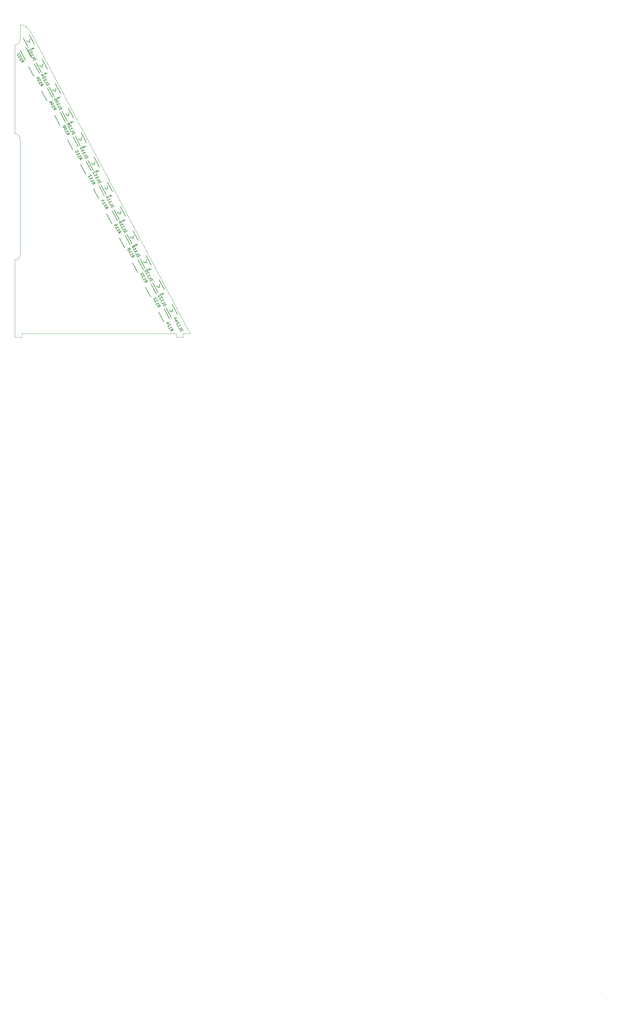
<source format=gbo>
%TF.GenerationSoftware,KiCad,Pcbnew,(5.1.6-0-10_14)*%
%TF.CreationDate,2020-10-19T14:02:04+02:00*%
%TF.ProjectId,nowae031,6e6f7761-6530-4333-912e-6b696361645f,0*%
%TF.SameCoordinates,Original*%
%TF.FileFunction,Legend,Bot*%
%TF.FilePolarity,Positive*%
%FSLAX46Y46*%
G04 Gerber Fmt 4.6, Leading zero omitted, Abs format (unit mm)*
G04 Created by KiCad (PCBNEW (5.1.6-0-10_14)) date 2020-10-19 14:02:04*
%MOMM*%
%LPD*%
G01*
G04 APERTURE LIST*
%TA.AperFunction,Profile*%
%ADD10C,0.050000*%
%TD*%
%TA.AperFunction,Profile*%
%ADD11C,0.200000*%
%TD*%
%ADD12C,0.150000*%
G04 APERTURE END LIST*
D10*
X101490000Y-45190000D02*
G75*
G02*
X99990000Y-46690000I-1500000J0D01*
G01*
X99990000Y-72000000D02*
G75*
G02*
X101490000Y-73500000I0J-1500000D01*
G01*
X99990000Y-72000000D02*
X99990000Y-46690000D01*
X100000000Y-130000000D02*
X100000000Y-108000000D01*
X101500000Y-106500000D02*
G75*
G02*
X100000000Y-108000000I-1500000J0D01*
G01*
X101490000Y-73500000D02*
X101500000Y-106500000D01*
X101499908Y-40830540D02*
X101490000Y-45190000D01*
X101499908Y-40830540D02*
G75*
G02*
X104449999Y-42900001I-709908J-4149460D01*
G01*
X104449243Y-42900000D02*
X150000000Y-129000000D01*
X148000000Y-129000000D02*
X150000000Y-129000000D01*
X148000000Y-130000000D02*
X148000000Y-129000000D01*
X146000000Y-130000000D02*
X148000000Y-130000000D01*
X146000000Y-129000000D02*
X146000000Y-130000000D01*
X102000000Y-129000000D02*
X146000000Y-129000000D01*
X102000000Y-130000000D02*
X102000000Y-129000000D01*
X100000000Y-130000000D02*
X102000000Y-130000000D01*
D11*
X268944859Y-318881889D02*
X268944859Y-318881889D01*
D12*
%TO.C,DL102*%
X102315898Y-44556755D02*
X103818207Y-47382188D01*
X105584102Y-46443245D02*
X104081793Y-43617812D01*
X104137789Y-45853179D02*
X104291980Y-44865138D01*
X103232443Y-45428504D02*
X104137789Y-45853179D01*
%TO.C,DL104*%
X106015898Y-51656755D02*
X107518207Y-54482188D01*
X109284102Y-53543245D02*
X107781793Y-50717812D01*
X107837789Y-52953179D02*
X107991980Y-51965138D01*
X106932443Y-52528504D02*
X107837789Y-52953179D01*
%TO.C,DL106*%
X109735164Y-58576481D02*
X111237473Y-61401914D01*
X113003368Y-60462971D02*
X111501059Y-57637538D01*
X111557055Y-59872905D02*
X111711246Y-58884864D01*
X110651709Y-59448230D02*
X111557055Y-59872905D01*
%TO.C,DL108*%
X113460161Y-65581755D02*
X114962470Y-68407188D01*
X116728365Y-67468245D02*
X115226056Y-64642812D01*
X115282052Y-66878179D02*
X115436243Y-65890138D01*
X114376706Y-66453504D02*
X115282052Y-66878179D01*
%TO.C,DL110*%
X117115898Y-72556755D02*
X118618207Y-75382188D01*
X120384102Y-74443245D02*
X118881793Y-71617812D01*
X118937789Y-73853179D02*
X119091980Y-72865138D01*
X118032443Y-73428504D02*
X118937789Y-73853179D01*
%TO.C,DL112*%
X120815898Y-79556755D02*
X122318207Y-82382188D01*
X124084102Y-81443245D02*
X122581793Y-78617812D01*
X122637789Y-80853179D02*
X122791980Y-79865138D01*
X121732443Y-80428504D02*
X122637789Y-80853179D01*
%TO.C,DL114*%
X124515898Y-86556755D02*
X126018207Y-89382188D01*
X127784102Y-88443245D02*
X126281793Y-85617812D01*
X126337789Y-87853179D02*
X126491980Y-86865138D01*
X125432443Y-87428504D02*
X126337789Y-87853179D01*
%TO.C,DL116*%
X128265898Y-93606755D02*
X129768207Y-96432188D01*
X131534102Y-95493245D02*
X130031793Y-92667812D01*
X130087789Y-94903179D02*
X130241980Y-93915138D01*
X129182443Y-94478504D02*
X130087789Y-94903179D01*
%TO.C,DL118*%
X131915898Y-100556755D02*
X133418207Y-103382188D01*
X135184102Y-102443245D02*
X133681793Y-99617812D01*
X133737789Y-101853179D02*
X133891980Y-100865138D01*
X132832443Y-101428504D02*
X133737789Y-101853179D01*
%TO.C,DL120*%
X135665898Y-107556755D02*
X137168207Y-110382188D01*
X138934102Y-109443245D02*
X137431793Y-106617812D01*
X137487789Y-108853179D02*
X137641980Y-107865138D01*
X136582443Y-108428504D02*
X137487789Y-108853179D01*
%TO.C,DL122*%
X139365898Y-114556755D02*
X140868207Y-117382188D01*
X142634102Y-116443245D02*
X141131793Y-113617812D01*
X141187789Y-115853179D02*
X141341980Y-114865138D01*
X140282443Y-115428504D02*
X141187789Y-115853179D01*
%TO.C,DL124*%
X143065898Y-121556755D02*
X144568207Y-124382188D01*
X146334102Y-123443245D02*
X144831793Y-120617812D01*
X144887789Y-122853179D02*
X145041980Y-121865138D01*
X143982443Y-122428504D02*
X144887789Y-122853179D01*
%TO.C,R102*%
X104595807Y-50140192D02*
X103093498Y-47314759D01*
X101504193Y-48159808D02*
X103006502Y-50985241D01*
%TO.C,R104*%
X106995807Y-54790192D02*
X105493498Y-51964759D01*
X103904193Y-52809808D02*
X105406502Y-55635241D01*
%TO.C,R106*%
X110695807Y-61690192D02*
X109193498Y-58864759D01*
X107604193Y-59709808D02*
X109106502Y-62535241D01*
%TO.C,R108*%
X114445807Y-68690192D02*
X112943498Y-65864759D01*
X111354193Y-66709808D02*
X112856502Y-69535241D01*
%TO.C,R110*%
X118095807Y-75690192D02*
X116593498Y-72864759D01*
X115004193Y-73709808D02*
X116506502Y-76535241D01*
%TO.C,R112*%
X121795807Y-82640192D02*
X120293498Y-79814759D01*
X118704193Y-80659808D02*
X120206502Y-83485241D01*
%TO.C,R114*%
X125495807Y-89690192D02*
X123993498Y-86864759D01*
X122404193Y-87709808D02*
X123906502Y-90535241D01*
%TO.C,R116*%
X129251544Y-96765192D02*
X127749235Y-93939759D01*
X126159930Y-94784808D02*
X127662239Y-97610241D01*
%TO.C,R118*%
X132895807Y-103640192D02*
X131393498Y-100814759D01*
X129804193Y-101659808D02*
X131306502Y-104485241D01*
%TO.C,R120*%
X136651544Y-110715192D02*
X135149235Y-107889759D01*
X133559930Y-108734808D02*
X135062239Y-111560241D01*
%TO.C,R122*%
X140345807Y-117690192D02*
X138843498Y-114864759D01*
X137254193Y-115709808D02*
X138756502Y-118535241D01*
%TO.C,R124*%
X144045807Y-124690192D02*
X142543498Y-121864759D01*
X140954193Y-122709808D02*
X142456502Y-125535241D01*
%TD*%
%TO.C,DL102*%
X105367380Y-51149892D02*
X106073738Y-50774315D01*
X105984315Y-50606134D01*
X105897025Y-50523110D01*
X105793984Y-50491607D01*
X105708827Y-50493741D01*
X105556398Y-50531643D01*
X105455490Y-50585297D01*
X105338830Y-50690472D01*
X105289442Y-50759877D01*
X105257939Y-50862918D01*
X105277957Y-50981711D01*
X105367380Y-51149892D01*
X104812957Y-50107173D02*
X104991803Y-50443534D01*
X105698161Y-50067957D01*
X104491033Y-49501723D02*
X104705649Y-49905356D01*
X104598341Y-49703540D02*
X105304699Y-49327962D01*
X105239560Y-49448888D01*
X105208057Y-49551930D01*
X105210190Y-49637087D01*
X104964891Y-48688876D02*
X104929122Y-48621604D01*
X104859717Y-48572217D01*
X104808196Y-48556465D01*
X104723039Y-48558598D01*
X104570610Y-48596501D01*
X104402430Y-48685924D01*
X104285770Y-48791099D01*
X104236382Y-48860504D01*
X104220631Y-48912025D01*
X104222764Y-48997182D01*
X104258533Y-49064454D01*
X104327939Y-49113841D01*
X104379459Y-49129593D01*
X104464616Y-49127460D01*
X104617045Y-49089557D01*
X104785226Y-49000134D01*
X104901885Y-48894959D01*
X104951273Y-48825554D01*
X104967024Y-48774033D01*
X104964891Y-48688876D01*
X104629350Y-48220104D02*
X104645101Y-48168584D01*
X104642968Y-48083427D01*
X104553545Y-47915246D01*
X104484139Y-47865859D01*
X104432619Y-47850107D01*
X104347462Y-47852240D01*
X104280190Y-47888010D01*
X104197166Y-47975300D01*
X104008148Y-48593548D01*
X103775648Y-48156279D01*
X104819785Y-47906704D02*
X105526143Y-47531127D01*
X105053104Y-47696355D02*
X104676708Y-47637615D01*
X105147613Y-47387230D02*
X105021601Y-47799396D01*
%TO.C,DL104*%
X109067380Y-58249892D02*
X109773738Y-57874315D01*
X109684315Y-57706134D01*
X109597025Y-57623110D01*
X109493984Y-57591607D01*
X109408827Y-57593741D01*
X109256398Y-57631643D01*
X109155490Y-57685297D01*
X109038830Y-57790472D01*
X108989442Y-57859877D01*
X108957939Y-57962918D01*
X108977957Y-58081711D01*
X109067380Y-58249892D01*
X108512957Y-57207173D02*
X108691803Y-57543534D01*
X109398161Y-57167957D01*
X108191033Y-56601723D02*
X108405649Y-57005356D01*
X108298341Y-56803540D02*
X109004699Y-56427962D01*
X108939560Y-56548888D01*
X108908057Y-56651930D01*
X108910190Y-56737087D01*
X108664891Y-55788876D02*
X108629122Y-55721604D01*
X108559717Y-55672217D01*
X108508196Y-55656465D01*
X108423039Y-55658598D01*
X108270610Y-55696501D01*
X108102430Y-55785924D01*
X107985770Y-55891099D01*
X107936382Y-55960504D01*
X107920631Y-56012025D01*
X107922764Y-56097182D01*
X107958533Y-56164454D01*
X108027939Y-56213841D01*
X108079459Y-56229593D01*
X108164616Y-56227460D01*
X108317045Y-56189557D01*
X108485226Y-56100134D01*
X108601885Y-55994959D01*
X108651273Y-55925554D01*
X108667024Y-55874033D01*
X108664891Y-55788876D01*
X107982323Y-55073166D02*
X107511417Y-55323551D01*
X108340835Y-55098270D02*
X107925716Y-55534720D01*
X107693216Y-55097451D01*
X108519785Y-55006704D02*
X109226143Y-54631127D01*
X108753104Y-54796355D02*
X108376708Y-54737615D01*
X108847613Y-54487230D02*
X108721601Y-54899396D01*
%TO.C,DL106*%
X112767380Y-65149892D02*
X113473738Y-64774315D01*
X113384315Y-64606134D01*
X113297025Y-64523110D01*
X113193984Y-64491607D01*
X113108827Y-64493741D01*
X112956398Y-64531643D01*
X112855490Y-64585297D01*
X112738830Y-64690472D01*
X112689442Y-64759877D01*
X112657939Y-64862918D01*
X112677957Y-64981711D01*
X112767380Y-65149892D01*
X112212957Y-64107173D02*
X112391803Y-64443534D01*
X113098161Y-64067957D01*
X111891033Y-63501723D02*
X112105649Y-63905356D01*
X111998341Y-63703540D02*
X112704699Y-63327962D01*
X112639560Y-63448888D01*
X112608057Y-63551930D01*
X112610190Y-63637087D01*
X112364891Y-62688876D02*
X112329122Y-62621604D01*
X112259717Y-62572217D01*
X112208196Y-62556465D01*
X112123039Y-62558598D01*
X111970610Y-62596501D01*
X111802430Y-62685924D01*
X111685770Y-62791099D01*
X111636382Y-62860504D01*
X111620631Y-62912025D01*
X111622764Y-62997182D01*
X111658533Y-63064454D01*
X111727939Y-63113841D01*
X111779459Y-63129593D01*
X111864616Y-63127460D01*
X112017045Y-63089557D01*
X112185226Y-63000134D01*
X112301885Y-62894959D01*
X112351273Y-62825554D01*
X112367024Y-62774033D01*
X112364891Y-62688876D01*
X111917776Y-61847974D02*
X111989314Y-61982518D01*
X111991447Y-62067675D01*
X111975696Y-62119196D01*
X111910557Y-62240122D01*
X111793897Y-62345297D01*
X111524808Y-62488374D01*
X111439651Y-62490507D01*
X111388131Y-62474755D01*
X111318725Y-62425368D01*
X111247187Y-62290823D01*
X111245054Y-62205667D01*
X111260805Y-62154146D01*
X111310193Y-62084741D01*
X111478373Y-61995317D01*
X111563530Y-61993184D01*
X111615051Y-62008936D01*
X111684456Y-62058323D01*
X111755995Y-62192868D01*
X111758128Y-62278024D01*
X111742376Y-62329545D01*
X111692989Y-62398951D01*
X112239051Y-61926430D02*
X112945409Y-61550853D01*
X112472370Y-61716081D02*
X112095974Y-61657341D01*
X112566879Y-61406956D02*
X112440867Y-61819122D01*
%TO.C,DL108*%
X116467380Y-72149892D02*
X117173738Y-71774315D01*
X117084315Y-71606134D01*
X116997025Y-71523110D01*
X116893984Y-71491607D01*
X116808827Y-71493741D01*
X116656398Y-71531643D01*
X116555490Y-71585297D01*
X116438830Y-71690472D01*
X116389442Y-71759877D01*
X116357939Y-71862918D01*
X116377957Y-71981711D01*
X116467380Y-72149892D01*
X115912957Y-71107173D02*
X116091803Y-71443534D01*
X116798161Y-71067957D01*
X115591033Y-70501723D02*
X115805649Y-70905356D01*
X115698341Y-70703540D02*
X116404699Y-70327962D01*
X116339560Y-70448888D01*
X116308057Y-70551930D01*
X116310190Y-70637087D01*
X116064891Y-69688876D02*
X116029122Y-69621604D01*
X115959717Y-69572217D01*
X115908196Y-69556465D01*
X115823039Y-69558598D01*
X115670610Y-69596501D01*
X115502430Y-69685924D01*
X115385770Y-69791099D01*
X115336382Y-69860504D01*
X115320631Y-69912025D01*
X115322764Y-69997182D01*
X115358533Y-70064454D01*
X115427939Y-70113841D01*
X115479459Y-70129593D01*
X115564616Y-70127460D01*
X115717045Y-70089557D01*
X115885226Y-70000134D01*
X116001885Y-69894959D01*
X116051273Y-69825554D01*
X116067024Y-69774033D01*
X116064891Y-69688876D01*
X115422358Y-69210752D02*
X115491764Y-69260140D01*
X115543284Y-69275891D01*
X115628441Y-69273758D01*
X115662077Y-69255874D01*
X115711465Y-69186468D01*
X115727216Y-69134947D01*
X115725083Y-69049791D01*
X115653545Y-68915246D01*
X115584139Y-68865859D01*
X115532619Y-68850107D01*
X115447462Y-68852240D01*
X115413826Y-68870125D01*
X115364438Y-68939530D01*
X115348687Y-68991051D01*
X115350820Y-69076208D01*
X115422358Y-69210752D01*
X115424492Y-69295909D01*
X115408740Y-69347430D01*
X115359353Y-69416835D01*
X115224808Y-69488374D01*
X115139651Y-69490507D01*
X115088131Y-69474755D01*
X115018725Y-69425368D01*
X114947187Y-69290823D01*
X114945054Y-69205667D01*
X114960805Y-69154146D01*
X115010193Y-69084741D01*
X115144737Y-69013202D01*
X115229894Y-69011069D01*
X115281415Y-69026820D01*
X115350820Y-69076208D01*
X115964048Y-68931704D02*
X116670406Y-68556127D01*
X116197367Y-68721355D02*
X115820971Y-68662615D01*
X116291876Y-68412230D02*
X116165864Y-68824396D01*
%TO.C,DL110*%
X120167380Y-79049892D02*
X120873738Y-78674315D01*
X120784315Y-78506134D01*
X120697025Y-78423110D01*
X120593984Y-78391607D01*
X120508827Y-78393741D01*
X120356398Y-78431643D01*
X120255490Y-78485297D01*
X120138830Y-78590472D01*
X120089442Y-78659877D01*
X120057939Y-78762918D01*
X120077957Y-78881711D01*
X120167380Y-79049892D01*
X119612957Y-78007173D02*
X119791803Y-78343534D01*
X120498161Y-77967957D01*
X119291033Y-77401723D02*
X119505649Y-77805356D01*
X119398341Y-77603540D02*
X120104699Y-77227962D01*
X120039560Y-77348888D01*
X120008057Y-77451930D01*
X120010190Y-77537087D01*
X118933341Y-76729001D02*
X119147956Y-77132634D01*
X119040649Y-76930818D02*
X119747007Y-76555240D01*
X119681868Y-76676166D01*
X119650365Y-76779208D01*
X119652498Y-76864365D01*
X119407199Y-75916154D02*
X119371429Y-75848882D01*
X119302024Y-75799495D01*
X119250503Y-75783743D01*
X119165346Y-75785876D01*
X119012917Y-75823779D01*
X118844737Y-75913202D01*
X118728077Y-76018377D01*
X118678690Y-76087782D01*
X118662938Y-76139303D01*
X118665071Y-76224460D01*
X118700841Y-76291732D01*
X118770246Y-76341119D01*
X118821767Y-76356871D01*
X118906924Y-76354738D01*
X119059353Y-76316835D01*
X119227533Y-76227412D01*
X119344193Y-76122237D01*
X119393580Y-76052832D01*
X119409332Y-76001311D01*
X119407199Y-75916154D01*
X119619785Y-75906704D02*
X120326143Y-75531127D01*
X119853104Y-75696355D02*
X119476708Y-75637615D01*
X119947613Y-75387230D02*
X119821601Y-75799396D01*
%TO.C,DL112*%
X123867380Y-86049892D02*
X124573738Y-85674315D01*
X124484315Y-85506134D01*
X124397025Y-85423110D01*
X124293984Y-85391607D01*
X124208827Y-85393741D01*
X124056398Y-85431643D01*
X123955490Y-85485297D01*
X123838830Y-85590472D01*
X123789442Y-85659877D01*
X123757939Y-85762918D01*
X123777957Y-85881711D01*
X123867380Y-86049892D01*
X123312957Y-85007173D02*
X123491803Y-85343534D01*
X124198161Y-84967957D01*
X122991033Y-84401723D02*
X123205649Y-84805356D01*
X123098341Y-84603540D02*
X123804699Y-84227962D01*
X123739560Y-84348888D01*
X123708057Y-84451930D01*
X123710190Y-84537087D01*
X122633341Y-83729001D02*
X122847956Y-84132634D01*
X122740649Y-83930818D02*
X123447007Y-83555240D01*
X123381868Y-83676166D01*
X123350365Y-83779208D01*
X123352498Y-83864365D01*
X123129350Y-83120104D02*
X123145101Y-83068584D01*
X123142968Y-82983427D01*
X123053545Y-82815246D01*
X122984139Y-82765859D01*
X122932619Y-82750107D01*
X122847462Y-82752240D01*
X122780190Y-82788010D01*
X122697166Y-82875300D01*
X122508148Y-83493548D01*
X122275648Y-83056279D01*
X123319785Y-82906704D02*
X124026143Y-82531127D01*
X123553104Y-82696355D02*
X123176708Y-82637615D01*
X123647613Y-82387230D02*
X123521601Y-82799396D01*
%TO.C,DL114*%
X127567380Y-93049892D02*
X128273738Y-92674315D01*
X128184315Y-92506134D01*
X128097025Y-92423110D01*
X127993984Y-92391607D01*
X127908827Y-92393741D01*
X127756398Y-92431643D01*
X127655490Y-92485297D01*
X127538830Y-92590472D01*
X127489442Y-92659877D01*
X127457939Y-92762918D01*
X127477957Y-92881711D01*
X127567380Y-93049892D01*
X127012957Y-92007173D02*
X127191803Y-92343534D01*
X127898161Y-91967957D01*
X126691033Y-91401723D02*
X126905649Y-91805356D01*
X126798341Y-91603540D02*
X127504699Y-91227962D01*
X127439560Y-91348888D01*
X127408057Y-91451930D01*
X127410190Y-91537087D01*
X126333341Y-90729001D02*
X126547956Y-91132634D01*
X126440649Y-90930818D02*
X127147007Y-90555240D01*
X127081868Y-90676166D01*
X127050365Y-90779208D01*
X127052498Y-90864365D01*
X126482323Y-89873166D02*
X126011417Y-90123551D01*
X126840835Y-89898270D02*
X126425716Y-90334720D01*
X126193216Y-89897451D01*
X127019785Y-89906704D02*
X127726143Y-89531127D01*
X127253104Y-89696355D02*
X126876708Y-89637615D01*
X127347613Y-89387230D02*
X127221601Y-89799396D01*
%TO.C,DL116*%
X131267380Y-100149892D02*
X131973738Y-99774315D01*
X131884315Y-99606134D01*
X131797025Y-99523110D01*
X131693984Y-99491607D01*
X131608827Y-99493741D01*
X131456398Y-99531643D01*
X131355490Y-99585297D01*
X131238830Y-99690472D01*
X131189442Y-99759877D01*
X131157939Y-99862918D01*
X131177957Y-99981711D01*
X131267380Y-100149892D01*
X130712957Y-99107173D02*
X130891803Y-99443534D01*
X131598161Y-99067957D01*
X130391033Y-98501723D02*
X130605649Y-98905356D01*
X130498341Y-98703540D02*
X131204699Y-98327962D01*
X131139560Y-98448888D01*
X131108057Y-98551930D01*
X131110190Y-98637087D01*
X130033341Y-97829001D02*
X130247956Y-98232634D01*
X130140649Y-98030818D02*
X130847007Y-97655240D01*
X130781868Y-97776166D01*
X130750365Y-97879208D01*
X130752498Y-97964365D01*
X130417776Y-96847974D02*
X130489314Y-96982518D01*
X130491447Y-97067675D01*
X130475696Y-97119196D01*
X130410557Y-97240122D01*
X130293897Y-97345297D01*
X130024808Y-97488374D01*
X129939651Y-97490507D01*
X129888131Y-97474755D01*
X129818725Y-97425368D01*
X129747187Y-97290823D01*
X129745054Y-97205667D01*
X129760805Y-97154146D01*
X129810193Y-97084741D01*
X129978373Y-96995317D01*
X130063530Y-96993184D01*
X130115051Y-97008936D01*
X130184456Y-97058323D01*
X130255995Y-97192868D01*
X130258128Y-97278024D01*
X130242376Y-97329545D01*
X130192989Y-97398951D01*
X130769785Y-96956704D02*
X131476143Y-96581127D01*
X131003104Y-96746355D02*
X130626708Y-96687615D01*
X131097613Y-96437230D02*
X130971601Y-96849396D01*
%TO.C,DL118*%
X134967380Y-107149892D02*
X135673738Y-106774315D01*
X135584315Y-106606134D01*
X135497025Y-106523110D01*
X135393984Y-106491607D01*
X135308827Y-106493741D01*
X135156398Y-106531643D01*
X135055490Y-106585297D01*
X134938830Y-106690472D01*
X134889442Y-106759877D01*
X134857939Y-106862918D01*
X134877957Y-106981711D01*
X134967380Y-107149892D01*
X134412957Y-106107173D02*
X134591803Y-106443534D01*
X135298161Y-106067957D01*
X134091033Y-105501723D02*
X134305649Y-105905356D01*
X134198341Y-105703540D02*
X134904699Y-105327962D01*
X134839560Y-105448888D01*
X134808057Y-105551930D01*
X134810190Y-105637087D01*
X133733341Y-104829001D02*
X133947956Y-105232634D01*
X133840649Y-105030818D02*
X134547007Y-104655240D01*
X134481868Y-104776166D01*
X134450365Y-104879208D01*
X134452498Y-104964365D01*
X133922358Y-104210752D02*
X133991764Y-104260140D01*
X134043284Y-104275891D01*
X134128441Y-104273758D01*
X134162077Y-104255874D01*
X134211465Y-104186468D01*
X134227216Y-104134947D01*
X134225083Y-104049791D01*
X134153545Y-103915246D01*
X134084139Y-103865859D01*
X134032619Y-103850107D01*
X133947462Y-103852240D01*
X133913826Y-103870125D01*
X133864438Y-103939530D01*
X133848687Y-103991051D01*
X133850820Y-104076208D01*
X133922358Y-104210752D01*
X133924492Y-104295909D01*
X133908740Y-104347430D01*
X133859353Y-104416835D01*
X133724808Y-104488374D01*
X133639651Y-104490507D01*
X133588131Y-104474755D01*
X133518725Y-104425368D01*
X133447187Y-104290823D01*
X133445054Y-104205667D01*
X133460805Y-104154146D01*
X133510193Y-104084741D01*
X133644737Y-104013202D01*
X133729894Y-104011069D01*
X133781415Y-104026820D01*
X133850820Y-104076208D01*
X134419785Y-103906704D02*
X135126143Y-103531127D01*
X134653104Y-103696355D02*
X134276708Y-103637615D01*
X134747613Y-103387230D02*
X134621601Y-103799396D01*
%TO.C,DL120*%
X138667380Y-114049892D02*
X139373738Y-113674315D01*
X139284315Y-113506134D01*
X139197025Y-113423110D01*
X139093984Y-113391607D01*
X139008827Y-113393741D01*
X138856398Y-113431643D01*
X138755490Y-113485297D01*
X138638830Y-113590472D01*
X138589442Y-113659877D01*
X138557939Y-113762918D01*
X138577957Y-113881711D01*
X138667380Y-114049892D01*
X138112957Y-113007173D02*
X138291803Y-113343534D01*
X138998161Y-112967957D01*
X137791033Y-112401723D02*
X138005649Y-112805356D01*
X137898341Y-112603540D02*
X138604699Y-112227962D01*
X138539560Y-112348888D01*
X138508057Y-112451930D01*
X138510190Y-112537087D01*
X138287042Y-111792826D02*
X138302794Y-111741305D01*
X138300661Y-111656149D01*
X138211237Y-111487968D01*
X138141832Y-111438581D01*
X138090311Y-111422829D01*
X138005154Y-111424962D01*
X137937882Y-111460732D01*
X137854859Y-111548022D01*
X137665841Y-112166270D01*
X137433341Y-111729001D01*
X137907199Y-110916154D02*
X137871429Y-110848882D01*
X137802024Y-110799495D01*
X137750503Y-110783743D01*
X137665346Y-110785876D01*
X137512917Y-110823779D01*
X137344737Y-110913202D01*
X137228077Y-111018377D01*
X137178690Y-111087782D01*
X137162938Y-111139303D01*
X137165071Y-111224460D01*
X137200841Y-111291732D01*
X137270246Y-111341119D01*
X137321767Y-111356871D01*
X137406924Y-111354738D01*
X137559353Y-111316835D01*
X137727533Y-111227412D01*
X137844193Y-111122237D01*
X137893580Y-111052832D01*
X137909332Y-111001311D01*
X137907199Y-110916154D01*
X138169785Y-110906704D02*
X138876143Y-110531127D01*
X138403104Y-110696355D02*
X138026708Y-110637615D01*
X138497613Y-110387230D02*
X138371601Y-110799396D01*
%TO.C,DL122*%
X142467380Y-121149892D02*
X143173738Y-120774315D01*
X143084315Y-120606134D01*
X142997025Y-120523110D01*
X142893984Y-120491607D01*
X142808827Y-120493741D01*
X142656398Y-120531643D01*
X142555490Y-120585297D01*
X142438830Y-120690472D01*
X142389442Y-120759877D01*
X142357939Y-120862918D01*
X142377957Y-120981711D01*
X142467380Y-121149892D01*
X141912957Y-120107173D02*
X142091803Y-120443534D01*
X142798161Y-120067957D01*
X141591033Y-119501723D02*
X141805649Y-119905356D01*
X141698341Y-119703540D02*
X142404699Y-119327962D01*
X142339560Y-119448888D01*
X142308057Y-119551930D01*
X142310190Y-119637087D01*
X142087042Y-118892826D02*
X142102794Y-118841305D01*
X142100661Y-118756149D01*
X142011237Y-118587968D01*
X141941832Y-118538581D01*
X141890311Y-118522829D01*
X141805154Y-118524962D01*
X141737882Y-118560732D01*
X141654859Y-118648022D01*
X141465841Y-119266270D01*
X141233341Y-118829001D01*
X141729350Y-118220104D02*
X141745101Y-118168584D01*
X141742968Y-118083427D01*
X141653545Y-117915246D01*
X141584139Y-117865859D01*
X141532619Y-117850107D01*
X141447462Y-117852240D01*
X141380190Y-117888010D01*
X141297166Y-117975300D01*
X141108148Y-118593548D01*
X140875648Y-118156279D01*
X141869785Y-117906704D02*
X142576143Y-117531127D01*
X142103104Y-117696355D02*
X141726708Y-117637615D01*
X142197613Y-117387230D02*
X142071601Y-117799396D01*
%TO.C,DL124*%
X147267380Y-128349892D02*
X147973738Y-127974315D01*
X147884315Y-127806134D01*
X147797025Y-127723110D01*
X147693984Y-127691607D01*
X147608827Y-127693741D01*
X147456398Y-127731643D01*
X147355490Y-127785297D01*
X147238830Y-127890472D01*
X147189442Y-127959877D01*
X147157939Y-128062918D01*
X147177957Y-128181711D01*
X147267380Y-128349892D01*
X146712957Y-127307173D02*
X146891803Y-127643534D01*
X147598161Y-127267957D01*
X146391033Y-126701723D02*
X146605649Y-127105356D01*
X146498341Y-126903540D02*
X147204699Y-126527962D01*
X147139560Y-126648888D01*
X147108057Y-126751930D01*
X147110190Y-126837087D01*
X146887042Y-126092826D02*
X146902794Y-126041305D01*
X146900661Y-125956149D01*
X146811237Y-125787968D01*
X146741832Y-125738581D01*
X146690311Y-125722829D01*
X146605154Y-125724962D01*
X146537882Y-125760732D01*
X146454859Y-125848022D01*
X146265841Y-126466270D01*
X146033341Y-126029001D01*
X146182323Y-125173166D02*
X145711417Y-125423551D01*
X146540835Y-125198270D02*
X146125716Y-125634720D01*
X145893216Y-125197451D01*
X145569785Y-124906704D02*
X146276143Y-124531127D01*
X145803104Y-124696355D02*
X145426708Y-124637615D01*
X145897613Y-124387230D02*
X145771601Y-124799396D01*
%TO.C,R102*%
X101688061Y-51318887D02*
X102149615Y-51375493D01*
X101902677Y-51722520D02*
X102609035Y-51346943D01*
X102465958Y-51077854D01*
X102396553Y-51028466D01*
X102345032Y-51012715D01*
X102259875Y-51014848D01*
X102158967Y-51068502D01*
X102109579Y-51137907D01*
X102093828Y-51189428D01*
X102095961Y-51274585D01*
X102239038Y-51543674D01*
X101330369Y-50646165D02*
X101544984Y-51049798D01*
X101437677Y-50847981D02*
X102144035Y-50472404D01*
X102078896Y-50593330D01*
X102047393Y-50696372D01*
X102049526Y-50781529D01*
X101804227Y-49833318D02*
X101768457Y-49766046D01*
X101699052Y-49716659D01*
X101647531Y-49700907D01*
X101562374Y-49703040D01*
X101409945Y-49740943D01*
X101241765Y-49830366D01*
X101125105Y-49935540D01*
X101075718Y-50004946D01*
X101059966Y-50056467D01*
X101062099Y-50141623D01*
X101097869Y-50208896D01*
X101167274Y-50258283D01*
X101218795Y-50274035D01*
X101303951Y-50271901D01*
X101456381Y-50233999D01*
X101624561Y-50144576D01*
X101741221Y-50039401D01*
X101790608Y-49969996D01*
X101806360Y-49918475D01*
X101804227Y-49833318D01*
X101468685Y-49364546D02*
X101484436Y-49313025D01*
X101482303Y-49227869D01*
X101392880Y-49059688D01*
X101323475Y-49010300D01*
X101271954Y-48994549D01*
X101186797Y-48996682D01*
X101119525Y-49032451D01*
X101036501Y-49119741D01*
X100847484Y-49737990D01*
X100614984Y-49300721D01*
%TO.C,R104*%
X107200745Y-58060352D02*
X107662299Y-58116958D01*
X107415361Y-58463985D02*
X108121719Y-58088408D01*
X107978642Y-57819319D01*
X107909237Y-57769931D01*
X107857716Y-57754180D01*
X107772559Y-57756313D01*
X107671651Y-57809967D01*
X107622263Y-57879372D01*
X107606512Y-57930893D01*
X107608645Y-58016050D01*
X107751722Y-58285139D01*
X106843053Y-57387630D02*
X107057668Y-57791263D01*
X106950361Y-57589446D02*
X107656719Y-57213869D01*
X107591580Y-57334795D01*
X107560077Y-57437837D01*
X107562210Y-57522994D01*
X107316911Y-56574783D02*
X107281141Y-56507511D01*
X107211736Y-56458124D01*
X107160215Y-56442372D01*
X107075058Y-56444505D01*
X106922629Y-56482408D01*
X106754449Y-56571831D01*
X106637789Y-56677005D01*
X106588402Y-56746411D01*
X106572650Y-56797932D01*
X106574783Y-56883088D01*
X106610553Y-56950361D01*
X106679958Y-56999748D01*
X106731479Y-57015500D01*
X106816635Y-57013366D01*
X106969065Y-56975464D01*
X107137245Y-56886041D01*
X107253905Y-56780866D01*
X107303292Y-56711461D01*
X107319044Y-56659940D01*
X107316911Y-56574783D01*
X106634342Y-55859073D02*
X106163437Y-56109458D01*
X106992854Y-55884177D02*
X106577736Y-56320627D01*
X106345236Y-55883357D01*
%TO.C,R106*%
X110900745Y-64860351D02*
X111362299Y-64916957D01*
X111115361Y-65263984D02*
X111821719Y-64888407D01*
X111678642Y-64619318D01*
X111609237Y-64569930D01*
X111557716Y-64554179D01*
X111472559Y-64556312D01*
X111371651Y-64609966D01*
X111322263Y-64679371D01*
X111306512Y-64730892D01*
X111308645Y-64816049D01*
X111451722Y-65085138D01*
X110543053Y-64187629D02*
X110757668Y-64591262D01*
X110650361Y-64389445D02*
X111356719Y-64013868D01*
X111291580Y-64134794D01*
X111260077Y-64237836D01*
X111262210Y-64322993D01*
X111016911Y-63374782D02*
X110981141Y-63307510D01*
X110911736Y-63258123D01*
X110860215Y-63242371D01*
X110775058Y-63244504D01*
X110622629Y-63282407D01*
X110454449Y-63371830D01*
X110337789Y-63477004D01*
X110288402Y-63546410D01*
X110272650Y-63597931D01*
X110274783Y-63683087D01*
X110310553Y-63750360D01*
X110379958Y-63799747D01*
X110431479Y-63815499D01*
X110516635Y-63813365D01*
X110669065Y-63775463D01*
X110837245Y-63686040D01*
X110953905Y-63580865D01*
X111003292Y-63511460D01*
X111019044Y-63459939D01*
X111016911Y-63374782D01*
X110569795Y-62533880D02*
X110641333Y-62668424D01*
X110643467Y-62753581D01*
X110627715Y-62805102D01*
X110562576Y-62926028D01*
X110445916Y-63031203D01*
X110176827Y-63174280D01*
X110091671Y-63176413D01*
X110040150Y-63160661D01*
X109970745Y-63111274D01*
X109899206Y-62976729D01*
X109897073Y-62891572D01*
X109912824Y-62840052D01*
X109962212Y-62770646D01*
X110130392Y-62681223D01*
X110215549Y-62679090D01*
X110267070Y-62694842D01*
X110336475Y-62744229D01*
X110408014Y-62878773D01*
X110410147Y-62963930D01*
X110394396Y-63015451D01*
X110345008Y-63084856D01*
%TO.C,R108*%
X114700745Y-71960352D02*
X115162299Y-72016958D01*
X114915361Y-72363985D02*
X115621719Y-71988408D01*
X115478642Y-71719319D01*
X115409237Y-71669931D01*
X115357716Y-71654180D01*
X115272559Y-71656313D01*
X115171651Y-71709967D01*
X115122263Y-71779372D01*
X115106512Y-71830893D01*
X115108645Y-71916050D01*
X115251722Y-72185139D01*
X114343053Y-71287630D02*
X114557668Y-71691263D01*
X114450361Y-71489446D02*
X115156719Y-71113869D01*
X115091580Y-71234795D01*
X115060077Y-71337837D01*
X115062210Y-71422994D01*
X114816911Y-70474783D02*
X114781141Y-70407511D01*
X114711736Y-70358124D01*
X114660215Y-70342372D01*
X114575058Y-70344505D01*
X114422629Y-70382408D01*
X114254449Y-70471831D01*
X114137789Y-70577005D01*
X114088402Y-70646411D01*
X114072650Y-70697932D01*
X114074783Y-70783088D01*
X114110553Y-70850361D01*
X114179958Y-70899748D01*
X114231479Y-70915500D01*
X114316635Y-70913366D01*
X114469065Y-70875464D01*
X114637245Y-70786041D01*
X114753905Y-70680866D01*
X114803292Y-70611461D01*
X114819044Y-70559940D01*
X114816911Y-70474783D01*
X114174378Y-69996659D02*
X114243783Y-70046047D01*
X114295304Y-70061798D01*
X114380461Y-70059665D01*
X114414097Y-70041780D01*
X114463484Y-69972375D01*
X114479236Y-69920854D01*
X114477103Y-69835697D01*
X114405564Y-69701153D01*
X114336159Y-69651765D01*
X114284638Y-69636014D01*
X114199481Y-69638147D01*
X114165845Y-69656032D01*
X114116458Y-69725437D01*
X114100706Y-69776958D01*
X114102839Y-69862115D01*
X114174378Y-69996659D01*
X114176511Y-70081816D01*
X114160759Y-70133337D01*
X114111372Y-70202742D01*
X113976827Y-70274281D01*
X113891671Y-70276414D01*
X113840150Y-70260662D01*
X113770745Y-70211275D01*
X113699206Y-70076730D01*
X113697073Y-69991573D01*
X113712824Y-69940053D01*
X113762212Y-69870647D01*
X113896756Y-69799109D01*
X113981913Y-69796976D01*
X114033434Y-69812727D01*
X114102839Y-69862115D01*
%TO.C,R110*%
X118300745Y-79060352D02*
X118762299Y-79116958D01*
X118515361Y-79463985D02*
X119221719Y-79088408D01*
X119078642Y-78819319D01*
X119009237Y-78769931D01*
X118957716Y-78754180D01*
X118872559Y-78756313D01*
X118771651Y-78809967D01*
X118722263Y-78879372D01*
X118706512Y-78930893D01*
X118708645Y-79016050D01*
X118851722Y-79285139D01*
X117943053Y-78387630D02*
X118157668Y-78791263D01*
X118050361Y-78589446D02*
X118756719Y-78213869D01*
X118691580Y-78334795D01*
X118660077Y-78437837D01*
X118662210Y-78522994D01*
X117585360Y-77714908D02*
X117799976Y-78118541D01*
X117692668Y-77916724D02*
X118399026Y-77541147D01*
X118333887Y-77662073D01*
X118302384Y-77765115D01*
X118304517Y-77850272D01*
X118059218Y-76902061D02*
X118023449Y-76834789D01*
X117954043Y-76785402D01*
X117902523Y-76769650D01*
X117817366Y-76771783D01*
X117664937Y-76809686D01*
X117496756Y-76899109D01*
X117380097Y-77004283D01*
X117330709Y-77073689D01*
X117314958Y-77125210D01*
X117317091Y-77210366D01*
X117352860Y-77277639D01*
X117422265Y-77327026D01*
X117473786Y-77342778D01*
X117558943Y-77340644D01*
X117711372Y-77302742D01*
X117879552Y-77213319D01*
X117996212Y-77108144D01*
X118045600Y-77038739D01*
X118061351Y-76987218D01*
X118059218Y-76902061D01*
%TO.C,R112*%
X122000745Y-86060352D02*
X122462299Y-86116958D01*
X122215361Y-86463985D02*
X122921719Y-86088408D01*
X122778642Y-85819319D01*
X122709237Y-85769931D01*
X122657716Y-85754180D01*
X122572559Y-85756313D01*
X122471651Y-85809967D01*
X122422263Y-85879372D01*
X122406512Y-85930893D01*
X122408645Y-86016050D01*
X122551722Y-86285139D01*
X121643053Y-85387630D02*
X121857668Y-85791263D01*
X121750361Y-85589446D02*
X122456719Y-85213869D01*
X122391580Y-85334795D01*
X122360077Y-85437837D01*
X122362210Y-85522994D01*
X121285360Y-84714908D02*
X121499976Y-85118541D01*
X121392668Y-84916724D02*
X122099026Y-84541147D01*
X122033887Y-84662073D01*
X122002384Y-84765115D01*
X122004517Y-84850272D01*
X121781369Y-84106011D02*
X121797120Y-84054490D01*
X121794987Y-83969334D01*
X121705564Y-83801153D01*
X121636159Y-83751765D01*
X121584638Y-83736014D01*
X121499481Y-83738147D01*
X121432209Y-83773916D01*
X121349185Y-83861206D01*
X121160168Y-84479455D01*
X120927668Y-84042186D01*
%TO.C,R114*%
X125700745Y-93060352D02*
X126162299Y-93116958D01*
X125915361Y-93463985D02*
X126621719Y-93088408D01*
X126478642Y-92819319D01*
X126409237Y-92769931D01*
X126357716Y-92754180D01*
X126272559Y-92756313D01*
X126171651Y-92809967D01*
X126122263Y-92879372D01*
X126106512Y-92930893D01*
X126108645Y-93016050D01*
X126251722Y-93285139D01*
X125343053Y-92387630D02*
X125557668Y-92791263D01*
X125450361Y-92589446D02*
X126156719Y-92213869D01*
X126091580Y-92334795D01*
X126060077Y-92437837D01*
X126062210Y-92522994D01*
X124985360Y-91714908D02*
X125199976Y-92118541D01*
X125092668Y-91916724D02*
X125799026Y-91541147D01*
X125733887Y-91662073D01*
X125702384Y-91765115D01*
X125704517Y-91850272D01*
X125134342Y-90859073D02*
X124663437Y-91109458D01*
X125492854Y-90884177D02*
X125077736Y-91320627D01*
X124845236Y-90883357D01*
%TO.C,R116*%
X129400745Y-100060352D02*
X129862299Y-100116958D01*
X129615361Y-100463985D02*
X130321719Y-100088408D01*
X130178642Y-99819319D01*
X130109237Y-99769931D01*
X130057716Y-99754180D01*
X129972559Y-99756313D01*
X129871651Y-99809967D01*
X129822263Y-99879372D01*
X129806512Y-99930893D01*
X129808645Y-100016050D01*
X129951722Y-100285139D01*
X129043053Y-99387630D02*
X129257668Y-99791263D01*
X129150361Y-99589446D02*
X129856719Y-99213869D01*
X129791580Y-99334795D01*
X129760077Y-99437837D01*
X129762210Y-99522994D01*
X128685360Y-98714908D02*
X128899976Y-99118541D01*
X128792668Y-98916724D02*
X129499026Y-98541147D01*
X129433887Y-98662073D01*
X129402384Y-98765115D01*
X129404517Y-98850272D01*
X129069795Y-97733881D02*
X129141333Y-97868425D01*
X129143467Y-97953582D01*
X129127715Y-98005103D01*
X129062576Y-98126029D01*
X128945916Y-98231204D01*
X128676827Y-98374281D01*
X128591671Y-98376414D01*
X128540150Y-98360662D01*
X128470745Y-98311275D01*
X128399206Y-98176730D01*
X128397073Y-98091573D01*
X128412824Y-98040053D01*
X128462212Y-97970647D01*
X128630392Y-97881224D01*
X128715549Y-97879091D01*
X128767070Y-97894843D01*
X128836475Y-97944230D01*
X128908014Y-98078774D01*
X128910147Y-98163931D01*
X128894396Y-98215452D01*
X128845008Y-98284857D01*
%TO.C,R118*%
X133200746Y-106960352D02*
X133662300Y-107016958D01*
X133415362Y-107363985D02*
X134121720Y-106988408D01*
X133978643Y-106719319D01*
X133909238Y-106669931D01*
X133857717Y-106654180D01*
X133772560Y-106656313D01*
X133671652Y-106709967D01*
X133622264Y-106779372D01*
X133606513Y-106830893D01*
X133608646Y-106916050D01*
X133751723Y-107185139D01*
X132843054Y-106287630D02*
X133057669Y-106691263D01*
X132950362Y-106489446D02*
X133656720Y-106113869D01*
X133591581Y-106234795D01*
X133560078Y-106337837D01*
X133562211Y-106422994D01*
X132485361Y-105614908D02*
X132699977Y-106018541D01*
X132592669Y-105816724D02*
X133299027Y-105441147D01*
X133233888Y-105562073D01*
X133202385Y-105665115D01*
X133204518Y-105750272D01*
X132674379Y-104996659D02*
X132743784Y-105046047D01*
X132795305Y-105061798D01*
X132880462Y-105059665D01*
X132914098Y-105041780D01*
X132963485Y-104972375D01*
X132979237Y-104920854D01*
X132977104Y-104835697D01*
X132905565Y-104701153D01*
X132836160Y-104651765D01*
X132784639Y-104636014D01*
X132699482Y-104638147D01*
X132665846Y-104656032D01*
X132616459Y-104725437D01*
X132600707Y-104776958D01*
X132602840Y-104862115D01*
X132674379Y-104996659D01*
X132676512Y-105081816D01*
X132660760Y-105133337D01*
X132611373Y-105202742D01*
X132476828Y-105274281D01*
X132391672Y-105276414D01*
X132340151Y-105260662D01*
X132270746Y-105211275D01*
X132199207Y-105076730D01*
X132197074Y-104991573D01*
X132212825Y-104940053D01*
X132262213Y-104870647D01*
X132396757Y-104799109D01*
X132481914Y-104796976D01*
X132533435Y-104812727D01*
X132602840Y-104862115D01*
%TO.C,R120*%
X136900745Y-114060352D02*
X137362299Y-114116958D01*
X137115361Y-114463985D02*
X137821719Y-114088408D01*
X137678642Y-113819319D01*
X137609237Y-113769931D01*
X137557716Y-113754180D01*
X137472559Y-113756313D01*
X137371651Y-113809967D01*
X137322263Y-113879372D01*
X137306512Y-113930893D01*
X137308645Y-114016050D01*
X137451722Y-114285139D01*
X136543053Y-113387630D02*
X136757668Y-113791263D01*
X136650361Y-113589446D02*
X137356719Y-113213869D01*
X137291580Y-113334795D01*
X137260077Y-113437837D01*
X137262210Y-113522994D01*
X137039062Y-112778733D02*
X137054813Y-112727212D01*
X137052680Y-112642056D01*
X136963257Y-112473875D01*
X136893851Y-112424487D01*
X136842331Y-112408736D01*
X136757174Y-112410869D01*
X136689902Y-112446638D01*
X136606878Y-112533928D01*
X136417860Y-113152177D01*
X136185360Y-112714908D01*
X136659218Y-111902061D02*
X136623449Y-111834789D01*
X136554043Y-111785402D01*
X136502523Y-111769650D01*
X136417366Y-111771783D01*
X136264937Y-111809686D01*
X136096756Y-111899109D01*
X135980097Y-112004283D01*
X135930709Y-112073689D01*
X135914958Y-112125210D01*
X135917091Y-112210366D01*
X135952860Y-112277639D01*
X136022265Y-112327026D01*
X136073786Y-112342778D01*
X136158943Y-112340644D01*
X136311372Y-112302742D01*
X136479552Y-112213319D01*
X136596212Y-112108144D01*
X136645600Y-112038739D01*
X136661351Y-111987218D01*
X136659218Y-111902061D01*
%TO.C,R122*%
X140600745Y-121060351D02*
X141062299Y-121116957D01*
X140815361Y-121463984D02*
X141521719Y-121088407D01*
X141378642Y-120819318D01*
X141309237Y-120769930D01*
X141257716Y-120754179D01*
X141172559Y-120756312D01*
X141071651Y-120809966D01*
X141022263Y-120879371D01*
X141006512Y-120930892D01*
X141008645Y-121016049D01*
X141151722Y-121285138D01*
X140243053Y-120387629D02*
X140457668Y-120791262D01*
X140350361Y-120589445D02*
X141056719Y-120213868D01*
X140991580Y-120334794D01*
X140960077Y-120437836D01*
X140962210Y-120522993D01*
X140739062Y-119778732D02*
X140754813Y-119727211D01*
X140752680Y-119642055D01*
X140663257Y-119473874D01*
X140593851Y-119424486D01*
X140542331Y-119408735D01*
X140457174Y-119410868D01*
X140389902Y-119446637D01*
X140306878Y-119533927D01*
X140117860Y-120152176D01*
X139885360Y-119714907D01*
X140381369Y-119106010D02*
X140397120Y-119054489D01*
X140394987Y-118969333D01*
X140305564Y-118801152D01*
X140236159Y-118751764D01*
X140184638Y-118736013D01*
X140099481Y-118738146D01*
X140032209Y-118773915D01*
X139949185Y-118861205D01*
X139760168Y-119479454D01*
X139527668Y-119042185D01*
%TO.C,R124*%
X144300745Y-127960352D02*
X144762299Y-128016958D01*
X144515361Y-128363985D02*
X145221719Y-127988408D01*
X145078642Y-127719319D01*
X145009237Y-127669931D01*
X144957716Y-127654180D01*
X144872559Y-127656313D01*
X144771651Y-127709967D01*
X144722263Y-127779372D01*
X144706512Y-127830893D01*
X144708645Y-127916050D01*
X144851722Y-128185139D01*
X143943053Y-127287630D02*
X144157668Y-127691263D01*
X144050361Y-127489446D02*
X144756719Y-127113869D01*
X144691580Y-127234795D01*
X144660077Y-127337837D01*
X144662210Y-127422994D01*
X144439062Y-126678733D02*
X144454813Y-126627212D01*
X144452680Y-126542056D01*
X144363257Y-126373875D01*
X144293851Y-126324487D01*
X144242331Y-126308736D01*
X144157174Y-126310869D01*
X144089902Y-126346638D01*
X144006878Y-126433928D01*
X143817860Y-127052177D01*
X143585360Y-126614908D01*
X143734342Y-125759073D02*
X143263437Y-126009458D01*
X144092854Y-125784177D02*
X143677736Y-126220627D01*
X143445236Y-125783357D01*
%TD*%
M02*

</source>
